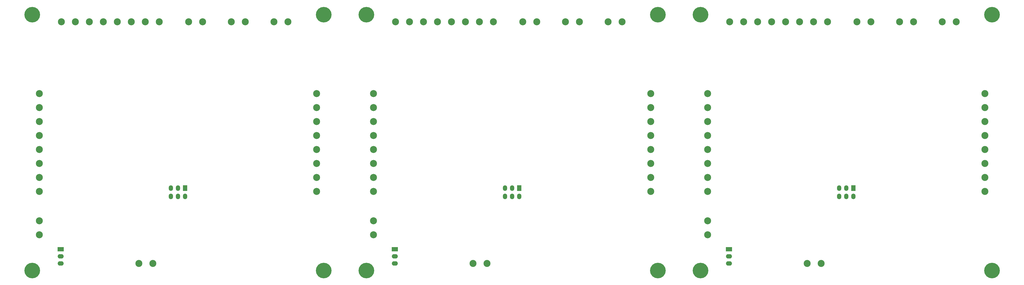
<source format=gbs>
G04 (created by PCBNEW (2013-may-18)-stable) date Wed 01 Apr 2015 06:05:41 PM EDT*
%MOIN*%
G04 Gerber Fmt 3.4, Leading zero omitted, Abs format*
%FSLAX34Y34*%
G01*
G70*
G90*
G04 APERTURE LIST*
%ADD10C,0.00590551*%
%ADD11C,0.219*%
%ADD12R,0.06X0.0787*%
%ADD13O,0.06X0.0787*%
%ADD14R,0.0866X0.06*%
%ADD15O,0.0866X0.06*%
%ADD16C,0.0984252*%
G04 APERTURE END LIST*
G54D10*
G54D11*
X108000Y-20000D03*
X149000Y-20000D03*
X149000Y-56000D03*
G54D12*
X129500Y-44402D03*
G54D13*
X129500Y-45598D03*
X128500Y-44402D03*
X128500Y-45598D03*
X127500Y-44402D03*
X127500Y-45598D03*
G54D14*
X112000Y-53000D03*
G54D15*
X112000Y-54000D03*
X112000Y-55000D03*
G54D16*
X148000Y-31110D03*
X148000Y-33078D03*
X148000Y-35047D03*
X148000Y-37015D03*
X148000Y-38984D03*
X148000Y-40952D03*
X148000Y-44889D03*
X148000Y-42921D03*
X112110Y-21000D03*
X114078Y-21000D03*
X116047Y-21000D03*
X118015Y-21000D03*
X119984Y-21000D03*
X121952Y-21000D03*
X125889Y-21000D03*
X123921Y-21000D03*
X109000Y-44889D03*
X109000Y-42921D03*
X109000Y-40952D03*
X109000Y-38984D03*
X109000Y-37015D03*
X109000Y-35047D03*
X109000Y-31110D03*
X109000Y-33078D03*
X131984Y-21000D03*
X130015Y-21000D03*
X109000Y-49015D03*
X109000Y-50984D03*
X137984Y-21000D03*
X136015Y-21000D03*
X143984Y-21000D03*
X142015Y-21000D03*
X123015Y-55000D03*
X124984Y-55000D03*
G54D11*
X108000Y-56000D03*
X61000Y-56000D03*
G54D16*
X76015Y-55000D03*
X77984Y-55000D03*
X96984Y-21000D03*
X95015Y-21000D03*
X90984Y-21000D03*
X89015Y-21000D03*
X62000Y-49015D03*
X62000Y-50984D03*
X84984Y-21000D03*
X83015Y-21000D03*
X62000Y-44889D03*
X62000Y-42921D03*
X62000Y-40952D03*
X62000Y-38984D03*
X62000Y-37015D03*
X62000Y-35047D03*
X62000Y-31110D03*
X62000Y-33078D03*
X65110Y-21000D03*
X67078Y-21000D03*
X69047Y-21000D03*
X71015Y-21000D03*
X72984Y-21000D03*
X74952Y-21000D03*
X78889Y-21000D03*
X76921Y-21000D03*
X101000Y-31110D03*
X101000Y-33078D03*
X101000Y-35047D03*
X101000Y-37015D03*
X101000Y-38984D03*
X101000Y-40952D03*
X101000Y-44889D03*
X101000Y-42921D03*
G54D14*
X65000Y-53000D03*
G54D15*
X65000Y-54000D03*
X65000Y-55000D03*
G54D12*
X82500Y-44402D03*
G54D13*
X82500Y-45598D03*
X81500Y-44402D03*
X81500Y-45598D03*
X80500Y-44402D03*
X80500Y-45598D03*
G54D11*
X102000Y-56000D03*
X102000Y-20000D03*
X61000Y-20000D03*
X14000Y-20000D03*
X55000Y-20000D03*
X55000Y-56000D03*
G54D12*
X35500Y-44402D03*
G54D13*
X35500Y-45598D03*
X34500Y-44402D03*
X34500Y-45598D03*
X33500Y-44402D03*
X33500Y-45598D03*
G54D14*
X18000Y-53000D03*
G54D15*
X18000Y-54000D03*
X18000Y-55000D03*
G54D16*
X54000Y-31110D03*
X54000Y-33078D03*
X54000Y-35047D03*
X54000Y-37015D03*
X54000Y-38984D03*
X54000Y-40952D03*
X54000Y-44889D03*
X54000Y-42921D03*
X18110Y-21000D03*
X20078Y-21000D03*
X22047Y-21000D03*
X24015Y-21000D03*
X25984Y-21000D03*
X27952Y-21000D03*
X31889Y-21000D03*
X29921Y-21000D03*
X15000Y-44889D03*
X15000Y-42921D03*
X15000Y-40952D03*
X15000Y-38984D03*
X15000Y-37015D03*
X15000Y-35047D03*
X15000Y-31110D03*
X15000Y-33078D03*
X37984Y-21000D03*
X36015Y-21000D03*
X15000Y-49015D03*
X15000Y-50984D03*
X43984Y-21000D03*
X42015Y-21000D03*
X49984Y-21000D03*
X48015Y-21000D03*
X29015Y-55000D03*
X30984Y-55000D03*
G54D11*
X14000Y-56000D03*
M02*

</source>
